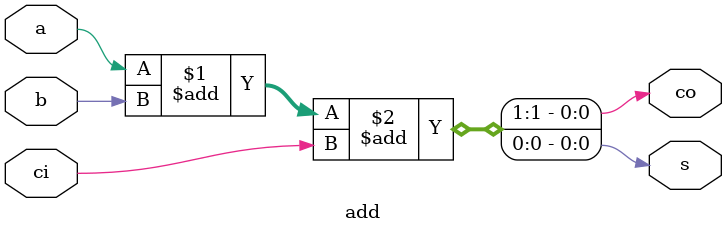
<source format=v>

module add (a, b, ci, s, co);

	input a, b, ci;
	output s, co;
	
	assign {co, s} = a + b + ci;

endmodule
</source>
